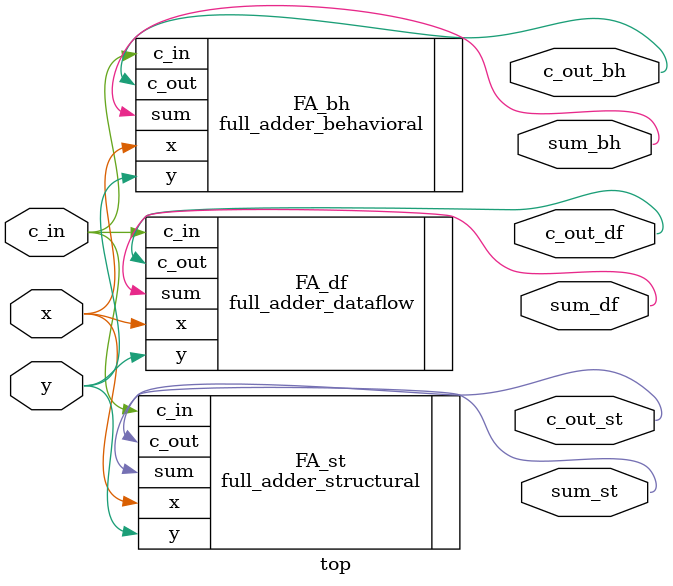
<source format=v>
module top(
    input wire x, y, c_in,
    output wire sum_st, 
    output wire sum_df, 
    output wire sum_bh, 
    output wire c_out_st,
    output wire c_out_df,
    output wire c_out_bh,
    );

full_adder_structural FA_st(
    .x(x),
    .y(y),
    .c_in(c_in),
    .sum(sum_st),
    .c_out(c_out_st)
);

full_adder_dataflow FA_df(
    .x(x),
    .y(y),
    .c_in(c_in),
    .sum(sum_df),
    .c_out(c_out_df)
);

full_adder_behavioral FA_bh(
    .x(x),
    .y(y),
    .c_in(c_in),
    .sum(sum_bh),
    .c_out(c_out_bh)
);

endmodule

</source>
